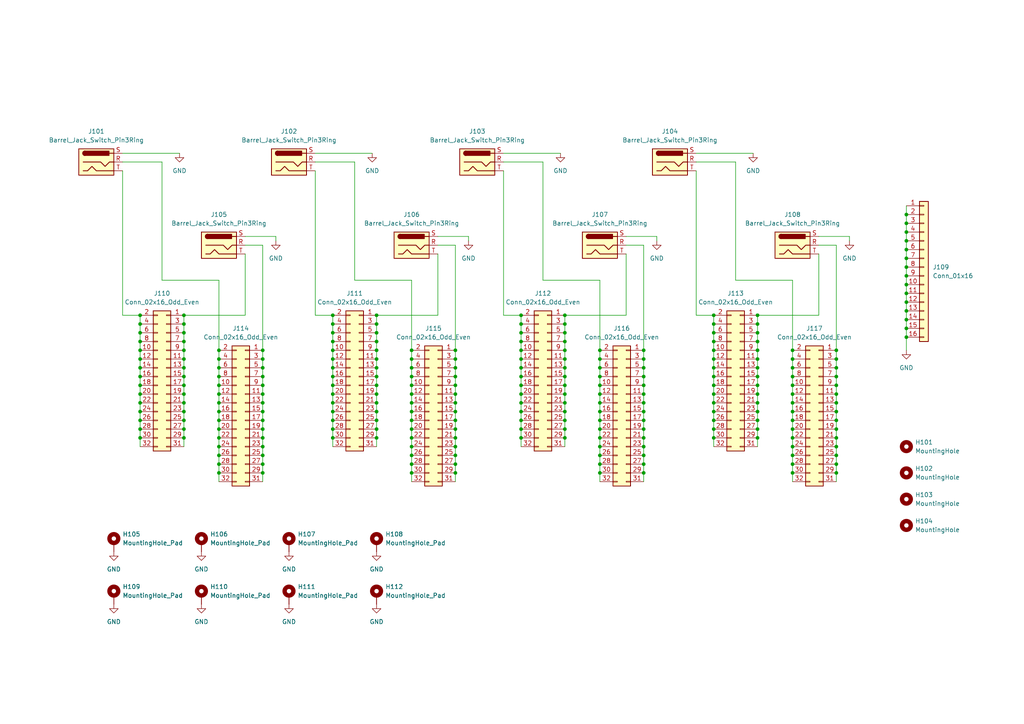
<source format=kicad_sch>
(kicad_sch (version 20230121) (generator eeschema)
  (paper "A4")
  (lib_symbols
    (symbol "Barrel_Jack_Switch_Pin3Ring_1" (pin_names hide)
      (property "Reference" "J101" (at 0 8.89 0))
      (property "Value" "Barrel_Jack_Switch_Pin3Ring" (at 0 6.35 0))
      (symbol "Barrel_Jack_Switch_Pin3Ring_1_0_1"
        (rectangle (start -5.08 3.81) (end 5.08 -3.81) (stroke (width 0.254)) (fill (type background)))
        (arc (start -3.302 3.175) (mid -3.9343 2.54) (end -3.302 1.905) (stroke (width 0.254)))
        (arc (start -3.302 3.175) (mid -3.9343 2.54) (end -3.302 1.905) (stroke (width 0.254)) (fill (type outline)))
        (polyline (pts (xy 5.08 2.54) (xy 3.81 2.54)) (stroke (width 0.254)))
        (polyline (pts (xy -3.81 -2.54) (xy -2.54 -2.54) (xy -1.27 -1.27) (xy 0 -2.54) (xy 2.54 -2.54) (xy 5.08 -2.54)) (stroke (width 0.254)))
        (polyline (pts (xy 5.08 0) (xy 3.81 0) (xy 2.54 -1.27) (xy 1.27 0) (xy -1.27 0) (xy -3.81 0)) (stroke (width 0.254)))
        (rectangle (start 3.683 3.175) (end -3.302 1.905) (stroke (width 0.254)) (fill (type outline)))
      )
      (symbol "Barrel_Jack_Switch_Pin3Ring_1_1_1"
        (pin passive line (at 7.62 0 180) (length 2.54) (name "~") (number "R"))
        (pin passive line (at 7.62 2.54 180) (length 2.54) (name "S") (number "S"))
        (pin passive line (at 7.62 -2.54 180) (length 2.54) (name "~") (number "T"))
      )
    )
    (symbol "Connector_Generic:Conn_01x16" (pin_names (offset 1.016) hide)
      (property "Reference" "J" (at 0 20.32 0))
      (property "Value" "Conn_01x16" (at 0 -22.86 0))
      (symbol "Conn_01x16_1_1"
        (rectangle (start -1.27 -20.193) (end 0 -20.447) (stroke (width 0.1524)))
        (rectangle (start -1.27 -17.653) (end 0 -17.907) (stroke (width 0.1524)))
        (rectangle (start -1.27 -15.113) (end 0 -15.367) (stroke (width 0.1524)))
        (rectangle (start -1.27 -12.573) (end 0 -12.827) (stroke (width 0.1524)))
        (rectangle (start -1.27 -10.033) (end 0 -10.287) (stroke (width 0.1524)))
        (rectangle (start -1.27 -7.493) (end 0 -7.747) (stroke (width 0.1524)))
        (rectangle (start -1.27 -4.953) (end 0 -5.207) (stroke (width 0.1524)))
        (rectangle (start -1.27 -2.413) (end 0 -2.667) (stroke (width 0.1524)))
        (rectangle (start -1.27 0.127) (end 0 -0.127) (stroke (width 0.1524)))
        (rectangle (start -1.27 2.667) (end 0 2.413) (stroke (width 0.1524)))
        (rectangle (start -1.27 5.207) (end 0 4.953) (stroke (width 0.1524)))
        (rectangle (start -1.27 7.747) (end 0 7.493) (stroke (width 0.1524)))
        (rectangle (start -1.27 10.287) (end 0 10.033) (stroke (width 0.1524)))
        (rectangle (start -1.27 12.827) (end 0 12.573) (stroke (width 0.1524)))
        (rectangle (start -1.27 15.367) (end 0 15.113) (stroke (width 0.1524)))
        (rectangle (start -1.27 17.907) (end 0 17.653) (stroke (width 0.1524)))
        (rectangle (start -1.27 19.05) (end 1.27 -21.59) (stroke (width 0.254)) (fill (type background)))
        (pin passive line (at -5.08 17.78 0) (length 3.81) (name "Pin_1") (number "1"))
        (pin passive line (at -5.08 -5.08 0) (length 3.81) (name "Pin_10") (number "10"))
        (pin passive line (at -5.08 -7.62 0) (length 3.81) (name "Pin_11") (number "11"))
        (pin passive line (at -5.08 -10.16 0) (length 3.81) (name "Pin_12") (number "12"))
        (pin passive line (at -5.08 -12.7 0) (length 3.81) (name "Pin_13") (number "13"))
        (pin passive line (at -5.08 -15.24 0) (length 3.81) (name "Pin_14") (number "14"))
        (pin passive line (at -5.08 -17.78 0) (length 3.81) (name "Pin_15") (number "15"))
        (pin passive line (at -5.08 -20.32 0) (length 3.81) (name "Pin_16") (number "16"))
        (pin passive line (at -5.08 15.24 0) (length 3.81) (name "Pin_2") (number "2"))
        (pin passive line (at -5.08 12.7 0) (length 3.81) (name "Pin_3") (number "3"))
        (pin passive line (at -5.08 10.16 0) (length 3.81) (name "Pin_4") (number "4"))
        (pin passive line (at -5.08 7.62 0) (length 3.81) (name "Pin_5") (number "5"))
        (pin passive line (at -5.08 5.08 0) (length 3.81) (name "Pin_6") (number "6"))
        (pin passive line (at -5.08 2.54 0) (length 3.81) (name "Pin_7") (number "7"))
        (pin passive line (at -5.08 0 0) (length 3.81) (name "Pin_8") (number "8"))
        (pin passive line (at -5.08 -2.54 0) (length 3.81) (name "Pin_9") (number "9"))
      )
    )
    (symbol "Connector_Generic:Conn_02x16_Odd_Even" (pin_names (offset 1.016) hide)
      (property "Reference" "J" (at 1.27 20.32 0))
      (property "Value" "Conn_02x16_Odd_Even" (at 1.27 -22.86 0))
      (symbol "Conn_02x16_Odd_Even_1_1"
        (rectangle (start -1.27 -20.193) (end 0 -20.447) (stroke (width 0.1524)))
        (rectangle (start -1.27 -17.653) (end 0 -17.907) (stroke (width 0.1524)))
        (rectangle (start -1.27 -15.113) (end 0 -15.367) (stroke (width 0.1524)))
        (rectangle (start -1.27 -12.573) (end 0 -12.827) (stroke (width 0.1524)))
        (rectangle (start -1.27 -10.033) (end 0 -10.287) (stroke (width 0.1524)))
        (rectangle (start -1.27 -7.493) (end 0 -7.747) (stroke (width 0.1524)))
        (rectangle (start -1.27 -4.953) (end 0 -5.207) (stroke (width 0.1524)))
        (rectangle (start -1.27 -2.413) (end 0 -2.667) (stroke (width 0.1524)))
        (rectangle (start -1.27 0.127) (end 0 -0.127) (stroke (width 0.1524)))
        (rectangle (start -1.27 2.667) (end 0 2.413) (stroke (width 0.1524)))
        (rectangle (start -1.27 5.207) (end 0 4.953) (stroke (width 0.1524)))
        (rectangle (start -1.27 7.747) (end 0 7.493) (stroke (width 0.1524)))
        (rectangle (start -1.27 10.287) (end 0 10.033) (stroke (width 0.1524)))
        (rectangle (start -1.27 12.827) (end 0 12.573) (stroke (width 0.1524)))
        (rectangle (start -1.27 15.367) (end 0 15.113) (stroke (width 0.1524)))
        (rectangle (start -1.27 17.907) (end 0 17.653) (stroke (width 0.1524)))
        (rectangle (start -1.27 19.05) (end 3.81 -21.59) (stroke (width 0.254)) (fill (type background)))
        (rectangle (start 3.81 -20.193) (end 2.54 -20.447) (stroke (width 0.1524)))
        (rectangle (start 3.81 -17.653) (end 2.54 -17.907) (stroke (width 0.1524)))
        (rectangle (start 3.81 -15.113) (end 2.54 -15.367) (stroke (width 0.1524)))
        (rectangle (start 3.81 -12.573) (end 2.54 -12.827) (stroke (width 0.1524)))
        (rectangle (start 3.81 -10.033) (end 2.54 -10.287) (stroke (width 0.1524)))
        (rectangle (start 3.81 -7.493) (end 2.54 -7.747) (stroke (width 0.1524)))
        (rectangle (start 3.81 -4.953) (end 2.54 -5.207) (stroke (width 0.1524)))
        (rectangle (start 3.81 -2.413) (end 2.54 -2.667) (stroke (width 0.1524)))
        (rectangle (start 3.81 0.127) (end 2.54 -0.127) (stroke (width 0.1524)))
        (rectangle (start 3.81 2.667) (end 2.54 2.413) (stroke (width 0.1524)))
        (rectangle (start 3.81 5.207) (end 2.54 4.953) (stroke (width 0.1524)))
        (rectangle (start 3.81 7.747) (end 2.54 7.493) (stroke (width 0.1524)))
        (rectangle (start 3.81 10.287) (end 2.54 10.033) (stroke (width 0.1524)))
        (rectangle (start 3.81 12.827) (end 2.54 12.573) (stroke (width 0.1524)))
        (rectangle (start 3.81 15.367) (end 2.54 15.113) (stroke (width 0.1524)))
        (rectangle (start 3.81 17.907) (end 2.54 17.653) (stroke (width 0.1524)))
        (pin passive line (at -5.08 17.78 0) (length 3.81) (name "Pin_1") (number "1"))
        (pin passive line (at 7.62 7.62 180) (length 3.81) (name "Pin_10") (number "10"))
        (pin passive line (at -5.08 5.08 0) (length 3.81) (name "Pin_11") (number "11"))
        (pin passive line (at 7.62 5.08 180) (length 3.81) (name "Pin_12") (number "12"))
        (pin passive line (at -5.08 2.54 0) (length 3.81) (name "Pin_13") (number "13"))
        (pin passive line (at 7.62 2.54 180) (length 3.81) (name "Pin_14") (number "14"))
        (pin passive line (at -5.08 0 0) (length 3.81) (name "Pin_15") (number "15"))
        (pin passive line (at 7.62 0 180) (length 3.81) (name "Pin_16") (number "16"))
        (pin passive line (at -5.08 -2.54 0) (length 3.81) (name "Pin_17") (number "17"))
        (pin passive line (at 7.62 -2.54 180) (length 3.81) (name "Pin_18") (number "18"))
        (pin passive line (at -5.08 -5.08 0) (length 3.81) (name "Pin_19") (number "19"))
        (pin passive line (at 7.62 17.78 180) (length 3.81) (name "Pin_2") (number "2"))
        (pin passive line (at 7.62 -5.08 180) (length 3.81) (name "Pin_20") (number "20"))
        (pin passive line (at -5.08 -7.62 0) (length 3.81) (name "Pin_21") (number "21"))
        (pin passive line (at 7.62 -7.62 180) (length 3.81) (name "Pin_22") (number "22"))
        (pin passive line (at -5.08 -10.16 0) (length 3.81) (name "Pin_23") (number "23"))
        (pin passive line (at 7.62 -10.16 180) (length 3.81) (name "Pin_24") (number "24"))
        (pin passive line (at -5.08 -12.7 0) (length 3.81) (name "Pin_25") (number "25"))
        (pin passive line (at 7.62 -12.7 180) (length 3.81) (name "Pin_26") (number "26"))
        (pin passive line (at -5.08 -15.24 0) (length 3.81) (name "Pin_27") (number "27"))
        (pin passive line (at 7.62 -15.24 180) (length 3.81) (name "Pin_28") (number "28"))
        (pin passive line (at -5.08 -17.78 0) (length 3.81) (name "Pin_29") (number "29"))
        (pin passive line (at -5.08 15.24 0) (length 3.81) (name "Pin_3") (number "3"))
        (pin passive line (at 7.62 -17.78 180) (length 3.81) (name "Pin_30") (number "30"))
        (pin passive line (at -5.08 -20.32 0) (length 3.81) (name "Pin_31") (number "31"))
        (pin passive line (at 7.62 -20.32 180) (length 3.81) (name "Pin_32") (number "32"))
        (pin passive line (at 7.62 15.24 180) (length 3.81) (name "Pin_4") (number "4"))
        (pin passive line (at -5.08 12.7 0) (length 3.81) (name "Pin_5") (number "5"))
        (pin passive line (at 7.62 12.7 180) (length 3.81) (name "Pin_6") (number "6"))
        (pin passive line (at -5.08 10.16 0) (length 3.81) (name "Pin_7") (number "7"))
        (pin passive line (at 7.62 10.16 180) (length 3.81) (name "Pin_8") (number "8"))
        (pin passive line (at -5.08 7.62 0) (length 3.81) (name "Pin_9") (number "9"))
      )
    )
    (symbol "Mechanical:MountingHole" (pin_names (offset 1.016))
      (property "Reference" "H" (at 0 5.08 0))
      (property "Value" "MountingHole" (at 0 3.175 0))
      (symbol "MountingHole_0_1"
        (circle (center 0 0) (radius 1.27) (stroke (width 1.27)))
      )
    )
    (symbol "Mechanical:MountingHole_Pad" (pin_numbers hide) (pin_names (offset 1.016) hide)
      (property "Reference" "H" (at 0 6.35 0))
      (property "Value" "MountingHole_Pad" (at 0 4.445 0))
      (symbol "MountingHole_Pad_0_1"
        (circle (center 0 1.27) (radius 1.27) (stroke (width 1.27)))
      )
      (symbol "MountingHole_Pad_1_1"
        (pin input line (at 0 -2.54 90) (length 2.54) (name "1") (number "1"))
      )
    )
    (symbol "power:GND" (power) (pin_names (offset 0))
      (property "Value" "GND" (at 0 -3.81 0))
      (symbol "GND_0_1"
        (polyline (pts (xy 0 0) (xy 0 -1.27) (xy 1.27 -1.27) (xy 0 -2.54) (xy -1.27 -1.27) (xy 0 -1.27)))
      )
      (symbol "GND_1_1"
        (pin power_in line (at 0 0 270) (length 0) hide (name "GND") (number "1"))
      )
    )
  )
  (junction (at 96.52 124.46))
  (junction (at 163.83 116.84))
  (junction (at 109.22 121.92))
  (junction (at 207.01 91.44))
  (junction (at 151.13 91.44))
  (junction (at 96.52 127))
  (junction (at 96.52 99.06))
  (junction (at 186.69 132.08))
  (junction (at 219.71 91.44))
  (junction (at 109.22 104.14))
  (junction (at 109.22 109.22))
  (junction (at 109.22 93.98))
  (junction (at 119.38 119.38))
  (junction (at 186.69 129.54))
  (junction (at 119.38 121.92))
  (junction (at 229.87 134.62))
  (junction (at 186.69 101.6))
  (junction (at 76.2 121.92))
  (junction (at 40.64 111.76))
  (junction (at 53.34 99.06))
  (junction (at 229.87 114.3))
  (junction (at 132.08 101.6))
  (junction (at 262.89 97.79))
  (junction (at 96.52 119.38))
  (junction (at 219.71 93.98))
  (junction (at 229.87 132.08))
  (junction (at 242.57 109.22))
  (junction (at 219.71 121.92))
  (junction (at 63.5 124.46))
  (junction (at 119.38 124.46))
  (junction (at 173.99 109.22))
  (junction (at 163.83 127))
  (junction (at 173.99 101.6))
  (junction (at 207.01 111.76))
  (junction (at 229.87 137.16))
  (junction (at 132.08 129.54))
  (junction (at 96.52 111.76))
  (junction (at 76.2 104.14))
  (junction (at 109.22 106.68))
  (junction (at 242.57 137.16))
  (junction (at 262.89 87.63))
  (junction (at 186.69 106.68))
  (junction (at 53.34 127))
  (junction (at 96.52 106.68))
  (junction (at 173.99 111.76))
  (junction (at 173.99 127))
  (junction (at 53.34 116.84))
  (junction (at 109.22 127))
  (junction (at 262.89 64.77))
  (junction (at 119.38 116.84))
  (junction (at 40.64 114.3))
  (junction (at 219.71 99.06))
  (junction (at 96.52 121.92))
  (junction (at 207.01 119.38))
  (junction (at 186.69 104.14))
  (junction (at 163.83 104.14))
  (junction (at 151.13 109.22))
  (junction (at 173.99 106.68))
  (junction (at 262.89 62.23))
  (junction (at 76.2 114.3))
  (junction (at 173.99 119.38))
  (junction (at 242.57 134.62))
  (junction (at 40.64 127))
  (junction (at 229.87 106.68))
  (junction (at 63.5 129.54))
  (junction (at 63.5 119.38))
  (junction (at 132.08 119.38))
  (junction (at 219.71 96.52))
  (junction (at 207.01 109.22))
  (junction (at 173.99 129.54))
  (junction (at 151.13 121.92))
  (junction (at 151.13 119.38))
  (junction (at 96.52 91.44))
  (junction (at 229.87 101.6))
  (junction (at 262.89 80.01))
  (junction (at 109.22 99.06))
  (junction (at 132.08 121.92))
  (junction (at 207.01 106.68))
  (junction (at 53.34 124.46))
  (junction (at 40.64 124.46))
  (junction (at 96.52 116.84))
  (junction (at 163.83 111.76))
  (junction (at 132.08 116.84))
  (junction (at 132.08 106.68))
  (junction (at 109.22 114.3))
  (junction (at 119.38 109.22))
  (junction (at 163.83 106.68))
  (junction (at 229.87 116.84))
  (junction (at 151.13 93.98))
  (junction (at 119.38 114.3))
  (junction (at 242.57 116.84))
  (junction (at 53.34 93.98))
  (junction (at 76.2 129.54))
  (junction (at 132.08 124.46))
  (junction (at 151.13 96.52))
  (junction (at 109.22 101.6))
  (junction (at 151.13 99.06))
  (junction (at 63.5 137.16))
  (junction (at 40.64 96.52))
  (junction (at 53.34 101.6))
  (junction (at 63.5 109.22))
  (junction (at 242.57 119.38))
  (junction (at 262.89 82.55))
  (junction (at 219.71 119.38))
  (junction (at 63.5 134.62))
  (junction (at 96.52 114.3))
  (junction (at 207.01 101.6))
  (junction (at 207.01 99.06))
  (junction (at 207.01 116.84))
  (junction (at 219.71 111.76))
  (junction (at 40.64 93.98))
  (junction (at 63.5 132.08))
  (junction (at 132.08 134.62))
  (junction (at 76.2 111.76))
  (junction (at 40.64 99.06))
  (junction (at 53.34 121.92))
  (junction (at 242.57 101.6))
  (junction (at 119.38 129.54))
  (junction (at 76.2 132.08))
  (junction (at 219.71 114.3))
  (junction (at 63.5 127))
  (junction (at 109.22 111.76))
  (junction (at 186.69 119.38))
  (junction (at 151.13 124.46))
  (junction (at 40.64 106.68))
  (junction (at 109.22 96.52))
  (junction (at 207.01 124.46))
  (junction (at 132.08 132.08))
  (junction (at 96.52 101.6))
  (junction (at 219.71 109.22))
  (junction (at 186.69 111.76))
  (junction (at 151.13 101.6))
  (junction (at 109.22 91.44))
  (junction (at 163.83 124.46))
  (junction (at 132.08 104.14))
  (junction (at 163.83 109.22))
  (junction (at 132.08 109.22))
  (junction (at 53.34 106.68))
  (junction (at 173.99 121.92))
  (junction (at 219.71 127))
  (junction (at 76.2 137.16))
  (junction (at 76.2 119.38))
  (junction (at 151.13 104.14))
  (junction (at 40.64 121.92))
  (junction (at 76.2 127))
  (junction (at 186.69 124.46))
  (junction (at 163.83 91.44))
  (junction (at 229.87 129.54))
  (junction (at 63.5 111.76))
  (junction (at 207.01 114.3))
  (junction (at 262.89 92.71))
  (junction (at 119.38 137.16))
  (junction (at 63.5 104.14))
  (junction (at 163.83 114.3))
  (junction (at 163.83 119.38))
  (junction (at 109.22 119.38))
  (junction (at 63.5 101.6))
  (junction (at 53.34 91.44))
  (junction (at 242.57 132.08))
  (junction (at 262.89 69.85))
  (junction (at 207.01 93.98))
  (junction (at 63.5 114.3))
  (junction (at 151.13 106.68))
  (junction (at 119.38 134.62))
  (junction (at 76.2 106.68))
  (junction (at 262.89 74.93))
  (junction (at 96.52 93.98))
  (junction (at 173.99 132.08))
  (junction (at 151.13 114.3))
  (junction (at 53.34 114.3))
  (junction (at 163.83 96.52))
  (junction (at 132.08 114.3))
  (junction (at 132.08 137.16))
  (junction (at 76.2 101.6))
  (junction (at 119.38 106.68))
  (junction (at 242.57 114.3))
  (junction (at 186.69 116.84))
  (junction (at 76.2 116.84))
  (junction (at 229.87 104.14))
  (junction (at 229.87 124.46))
  (junction (at 76.2 134.62))
  (junction (at 76.2 109.22))
  (junction (at 96.52 109.22))
  (junction (at 119.38 104.14))
  (junction (at 229.87 109.22))
  (junction (at 119.38 111.76))
  (junction (at 262.89 77.47))
  (junction (at 63.5 106.68))
  (junction (at 96.52 104.14))
  (junction (at 40.64 109.22))
  (junction (at 163.83 121.92))
  (junction (at 229.87 111.76))
  (junction (at 207.01 104.14))
  (junction (at 229.87 119.38))
  (junction (at 219.71 124.46))
  (junction (at 173.99 124.46))
  (junction (at 242.57 104.14))
  (junction (at 262.89 67.31))
  (junction (at 219.71 101.6))
  (junction (at 207.01 127))
  (junction (at 163.83 101.6))
  (junction (at 40.64 116.84))
  (junction (at 63.5 121.92))
  (junction (at 76.2 124.46))
  (junction (at 109.22 116.84))
  (junction (at 229.87 121.92))
  (junction (at 186.69 114.3))
  (junction (at 173.99 116.84))
  (junction (at 219.71 104.14))
  (junction (at 163.83 93.98))
  (junction (at 151.13 111.76))
  (junction (at 96.52 96.52))
  (junction (at 242.57 106.68))
  (junction (at 40.64 119.38))
  (junction (at 119.38 127))
  (junction (at 40.64 101.6))
  (junction (at 207.01 121.92))
  (junction (at 63.5 116.84))
  (junction (at 53.34 104.14))
  (junction (at 186.69 109.22))
  (junction (at 219.71 106.68))
  (junction (at 119.38 132.08))
  (junction (at 53.34 109.22))
  (junction (at 262.89 85.09))
  (junction (at 109.22 124.46))
  (junction (at 262.89 95.25))
  (junction (at 53.34 96.52))
  (junction (at 242.57 121.92))
  (junction (at 53.34 119.38))
  (junction (at 40.64 91.44))
  (junction (at 151.13 116.84))
  (junction (at 186.69 121.92))
  (junction (at 262.89 90.17))
  (junction (at 173.99 114.3))
  (junction (at 132.08 111.76))
  (junction (at 151.13 127))
  (junction (at 40.64 104.14))
  (junction (at 219.71 116.84))
  (junction (at 262.89 72.39))
  (junction (at 242.57 129.54))
  (junction (at 242.57 124.46))
  (junction (at 132.08 127))
  (junction (at 173.99 104.14))
  (junction (at 242.57 111.76))
  (junction (at 173.99 137.16))
  (junction (at 242.57 127))
  (junction (at 186.69 137.16))
  (junction (at 229.87 127))
  (junction (at 163.83 99.06))
  (junction (at 186.69 127))
  (junction (at 173.99 134.62))
  (junction (at 186.69 134.62))
  (junction (at 119.38 101.6))
  (junction (at 53.34 111.76))
  (junction (at 207.01 96.52))
  (wire (pts (xy 40.64 101.6) (xy 40.64 104.14)))
  (wire (pts (xy 229.87 127) (xy 229.87 129.54)))
  (wire (pts (xy 163.83 104.14) (xy 163.83 106.68)))
  (wire (pts (xy 173.99 104.14) (xy 173.99 106.68)))
  (wire (pts (xy 132.08 124.46) (xy 132.08 127)))
  (wire (pts (xy 35.56 46.99) (xy 46.99 46.99)))
  (wire (pts (xy 63.5 116.84) (xy 63.5 119.38)))
  (wire (pts (xy 53.34 124.46) (xy 53.34 127)))
  (wire (pts (xy 219.71 127) (xy 219.71 129.54)))
  (wire (pts (xy 229.87 132.08) (xy 229.87 134.62)))
  (wire (pts (xy 53.34 121.92) (xy 53.34 124.46)))
  (wire (pts (xy 262.89 87.63) (xy 262.89 90.17)))
  (wire (pts (xy 207.01 104.14) (xy 207.01 106.68)))
  (wire (pts (xy 109.22 121.92) (xy 109.22 124.46)))
  (wire (pts (xy 91.44 44.45) (xy 107.95 44.45)))
  (wire (pts (xy 151.13 106.68) (xy 151.13 109.22)))
  (wire (pts (xy 96.52 101.6) (xy 96.52 104.14)))
  (wire (pts (xy 53.34 101.6) (xy 53.34 104.14)))
  (wire (pts (xy 109.22 114.3) (xy 109.22 116.84)))
  (wire (pts (xy 119.38 137.16) (xy 119.38 139.7)))
  (wire (pts (xy 242.57 111.76) (xy 242.57 114.3)))
  (wire (pts (xy 119.38 134.62) (xy 119.38 137.16)))
  (wire (pts (xy 146.05 49.53) (xy 146.05 91.44)))
  (wire (pts (xy 163.83 119.38) (xy 163.83 121.92)))
  (wire (pts (xy 96.52 104.14) (xy 96.52 106.68)))
  (wire (pts (xy 207.01 93.98) (xy 207.01 96.52)))
  (wire (pts (xy 151.13 93.98) (xy 151.13 96.52)))
  (wire (pts (xy 146.05 46.99) (xy 157.48 46.99)))
  (wire (pts (xy 229.87 116.84) (xy 229.87 119.38)))
  (wire (pts (xy 173.99 127) (xy 173.99 129.54)))
  (wire (pts (xy 135.89 69.85) (xy 135.89 68.58)))
  (wire (pts (xy 71.12 71.12) (xy 76.2 71.12)))
  (wire (pts (xy 242.57 71.12) (xy 242.57 101.6)))
  (wire (pts (xy 262.89 95.25) (xy 262.89 97.79)))
  (wire (pts (xy 53.34 109.22) (xy 53.34 111.76)))
  (wire (pts (xy 151.13 101.6) (xy 151.13 104.14)))
  (wire (pts (xy 163.83 121.92) (xy 163.83 124.46)))
  (wire (pts (xy 132.08 121.92) (xy 132.08 124.46)))
  (wire (pts (xy 207.01 109.22) (xy 207.01 111.76)))
  (wire (pts (xy 53.34 91.44) (xy 53.34 93.98)))
  (wire (pts (xy 151.13 124.46) (xy 151.13 127)))
  (wire (pts (xy 53.34 104.14) (xy 53.34 106.68)))
  (wire (pts (xy 229.87 81.28) (xy 229.87 101.6)))
  (wire (pts (xy 132.08 106.68) (xy 132.08 109.22)))
  (wire (pts (xy 207.01 127) (xy 207.01 129.54)))
  (wire (pts (xy 186.69 124.46) (xy 186.69 127)))
  (wire (pts (xy 76.2 104.14) (xy 76.2 106.68)))
  (wire (pts (xy 132.08 137.16) (xy 132.08 139.7)))
  (wire (pts (xy 173.99 101.6) (xy 173.99 104.14)))
  (wire (pts (xy 63.5 101.6) (xy 63.5 104.14)))
  (wire (pts (xy 132.08 111.76) (xy 132.08 114.3)))
  (wire (pts (xy 40.64 96.52) (xy 40.64 99.06)))
  (wire (pts (xy 242.57 127) (xy 242.57 129.54)))
  (wire (pts (xy 219.71 109.22) (xy 219.71 111.76)))
  (wire (pts (xy 242.57 116.84) (xy 242.57 119.38)))
  (wire (pts (xy 242.57 114.3) (xy 242.57 116.84)))
  (wire (pts (xy 242.57 132.08) (xy 242.57 134.62)))
  (wire (pts (xy 80.01 68.58) (xy 71.12 68.58)))
  (wire (pts (xy 109.22 116.84) (xy 109.22 119.38)))
  (wire (pts (xy 119.38 81.28) (xy 119.38 101.6)))
  (wire (pts (xy 119.38 127) (xy 119.38 129.54)))
  (wire (pts (xy 207.01 91.44) (xy 207.01 93.98)))
  (wire (pts (xy 213.36 46.99) (xy 213.36 81.28)))
  (wire (pts (xy 76.2 109.22) (xy 76.2 111.76)))
  (wire (pts (xy 242.57 124.46) (xy 242.57 127)))
  (wire (pts (xy 119.38 111.76) (xy 119.38 114.3)))
  (wire (pts (xy 229.87 119.38) (xy 229.87 121.92)))
  (wire (pts (xy 186.69 101.6) (xy 186.69 104.14)))
  (wire (pts (xy 163.83 116.84) (xy 163.83 119.38)))
  (wire (pts (xy 35.56 44.45) (xy 52.07 44.45)))
  (wire (pts (xy 229.87 124.46) (xy 229.87 127)))
  (wire (pts (xy 229.87 121.92) (xy 229.87 124.46)))
  (wire (pts (xy 63.5 127) (xy 63.5 129.54)))
  (wire (pts (xy 71.12 73.66) (xy 71.12 91.44)))
  (wire (pts (xy 40.64 116.84) (xy 40.64 119.38)))
  (wire (pts (xy 146.05 91.44) (xy 151.13 91.44)))
  (wire (pts (xy 63.5 134.62) (xy 63.5 137.16)))
  (wire (pts (xy 181.61 73.66) (xy 181.61 91.44)))
  (wire (pts (xy 102.87 81.28) (xy 119.38 81.28)))
  (wire (pts (xy 151.13 119.38) (xy 151.13 121.92)))
  (wire (pts (xy 96.52 124.46) (xy 96.52 127)))
  (wire (pts (xy 242.57 137.16) (xy 242.57 139.7)))
  (wire (pts (xy 181.61 71.12) (xy 186.69 71.12)))
  (wire (pts (xy 262.89 92.71) (xy 262.89 95.25)))
  (wire (pts (xy 262.89 64.77) (xy 262.89 67.31)))
  (wire (pts (xy 132.08 104.14) (xy 132.08 106.68)))
  (wire (pts (xy 96.52 99.06) (xy 96.52 101.6)))
  (wire (pts (xy 151.13 104.14) (xy 151.13 106.68)))
  (wire (pts (xy 186.69 116.84) (xy 186.69 119.38)))
  (wire (pts (xy 40.64 104.14) (xy 40.64 106.68)))
  (wire (pts (xy 76.2 132.08) (xy 76.2 134.62)))
  (wire (pts (xy 262.89 69.85) (xy 262.89 72.39)))
  (wire (pts (xy 96.52 116.84) (xy 96.52 119.38)))
  (wire (pts (xy 53.34 93.98) (xy 53.34 96.52)))
  (wire (pts (xy 237.49 73.66) (xy 237.49 91.44)))
  (wire (pts (xy 109.22 124.46) (xy 109.22 127)))
  (wire (pts (xy 96.52 127) (xy 96.52 129.54)))
  (wire (pts (xy 91.44 91.44) (xy 96.52 91.44)))
  (wire (pts (xy 96.52 96.52) (xy 96.52 99.06)))
  (wire (pts (xy 163.83 96.52) (xy 163.83 99.06)))
  (wire (pts (xy 80.01 69.85) (xy 80.01 68.58)))
  (wire (pts (xy 207.01 106.68) (xy 207.01 109.22)))
  (wire (pts (xy 119.38 114.3) (xy 119.38 116.84)))
  (wire (pts (xy 219.71 104.14) (xy 219.71 106.68)))
  (wire (pts (xy 219.71 91.44) (xy 237.49 91.44)))
  (wire (pts (xy 262.89 80.01) (xy 262.89 82.55)))
  (wire (pts (xy 262.89 90.17) (xy 262.89 92.71)))
  (wire (pts (xy 229.87 129.54) (xy 229.87 132.08)))
  (wire (pts (xy 201.93 44.45) (xy 218.44 44.45)))
  (wire (pts (xy 173.99 121.92) (xy 173.99 124.46)))
  (wire (pts (xy 127 73.66) (xy 127 91.44)))
  (wire (pts (xy 157.48 46.99) (xy 157.48 81.28)))
  (wire (pts (xy 109.22 101.6) (xy 109.22 104.14)))
  (wire (pts (xy 186.69 111.76) (xy 186.69 114.3)))
  (wire (pts (xy 119.38 106.68) (xy 119.38 109.22)))
  (wire (pts (xy 242.57 101.6) (xy 242.57 104.14)))
  (wire (pts (xy 109.22 109.22) (xy 109.22 111.76)))
  (wire (pts (xy 40.64 127) (xy 40.64 129.54)))
  (wire (pts (xy 96.52 91.44) (xy 96.52 93.98)))
  (wire (pts (xy 76.2 71.12) (xy 76.2 101.6)))
  (wire (pts (xy 219.71 124.46) (xy 219.71 127)))
  (wire (pts (xy 157.48 81.28) (xy 173.99 81.28)))
  (wire (pts (xy 63.5 109.22) (xy 63.5 111.76)))
  (wire (pts (xy 40.64 106.68) (xy 40.64 109.22)))
  (wire (pts (xy 63.5 132.08) (xy 63.5 134.62)))
  (wire (pts (xy 262.89 59.69) (xy 262.89 62.23)))
  (wire (pts (xy 207.01 121.92) (xy 207.01 124.46)))
  (wire (pts (xy 219.71 101.6) (xy 219.71 104.14)))
  (wire (pts (xy 119.38 119.38) (xy 119.38 121.92)))
  (wire (pts (xy 163.83 124.46) (xy 163.83 127)))
  (wire (pts (xy 207.01 119.38) (xy 207.01 121.92)))
  (wire (pts (xy 46.99 81.28) (xy 63.5 81.28)))
  (wire (pts (xy 173.99 134.62) (xy 173.99 137.16)))
  (wire (pts (xy 53.34 111.76) (xy 53.34 114.3)))
  (wire (pts (xy 151.13 96.52) (xy 151.13 99.06)))
  (wire (pts (xy 186.69 109.22) (xy 186.69 111.76)))
  (wire (pts (xy 229.87 101.6) (xy 229.87 104.14)))
  (wire (pts (xy 219.71 119.38) (xy 219.71 121.92)))
  (wire (pts (xy 76.2 111.76) (xy 76.2 114.3)))
  (wire (pts (xy 109.22 99.06) (xy 109.22 101.6)))
  (wire (pts (xy 63.5 129.54) (xy 63.5 132.08)))
  (wire (pts (xy 76.2 106.68) (xy 76.2 109.22)))
  (wire (pts (xy 119.38 124.46) (xy 119.38 127)))
  (wire (pts (xy 186.69 121.92) (xy 186.69 124.46)))
  (wire (pts (xy 151.13 121.92) (xy 151.13 124.46)))
  (wire (pts (xy 35.56 91.44) (xy 40.64 91.44)))
  (wire (pts (xy 186.69 129.54) (xy 186.69 132.08)))
  (wire (pts (xy 40.64 124.46) (xy 40.64 127)))
  (wire (pts (xy 96.52 93.98) (xy 96.52 96.52)))
  (wire (pts (xy 53.34 91.44) (xy 71.12 91.44)))
  (wire (pts (xy 186.69 71.12) (xy 186.69 101.6)))
  (wire (pts (xy 76.2 101.6) (xy 76.2 104.14)))
  (wire (pts (xy 109.22 96.52) (xy 109.22 99.06)))
  (wire (pts (xy 63.5 137.16) (xy 63.5 139.7)))
  (wire (pts (xy 173.99 81.28) (xy 173.99 101.6)))
  (wire (pts (xy 53.34 114.3) (xy 53.34 116.84)))
  (wire (pts (xy 76.2 121.92) (xy 76.2 124.46)))
  (wire (pts (xy 63.5 114.3) (xy 63.5 116.84)))
  (wire (pts (xy 229.87 137.16) (xy 229.87 139.7)))
  (wire (pts (xy 173.99 111.76) (xy 173.99 114.3)))
  (wire (pts (xy 246.38 68.58) (xy 237.49 68.58)))
  (wire (pts (xy 76.2 137.16) (xy 76.2 139.7)))
  (wire (pts (xy 201.93 91.44) (xy 207.01 91.44)))
  (wire (pts (xy 163.83 114.3) (xy 163.83 116.84)))
  (wire (pts (xy 76.2 124.46) (xy 76.2 127)))
  (wire (pts (xy 53.34 119.38) (xy 53.34 121.92)))
  (wire (pts (xy 207.01 101.6) (xy 207.01 104.14)))
  (wire (pts (xy 109.22 91.44) (xy 127 91.44)))
  (wire (pts (xy 76.2 134.62) (xy 76.2 137.16)))
  (wire (pts (xy 219.71 106.68) (xy 219.71 109.22)))
  (wire (pts (xy 119.38 129.54) (xy 119.38 132.08)))
  (wire (pts (xy 96.52 106.68) (xy 96.52 109.22)))
  (wire (pts (xy 242.57 106.68) (xy 242.57 109.22)))
  (wire (pts (xy 262.89 72.39) (xy 262.89 74.93)))
  (wire (pts (xy 109.22 119.38) (xy 109.22 121.92)))
  (wire (pts (xy 173.99 132.08) (xy 173.99 134.62)))
  (wire (pts (xy 63.5 106.68) (xy 63.5 109.22)))
  (wire (pts (xy 151.13 111.76) (xy 151.13 114.3)))
  (wire (pts (xy 163.83 93.98) (xy 163.83 96.52)))
  (wire (pts (xy 53.34 96.52) (xy 53.34 99.06)))
  (wire (pts (xy 53.34 127) (xy 53.34 129.54)))
  (wire (pts (xy 173.99 116.84) (xy 173.99 119.38)))
  (wire (pts (xy 213.36 81.28) (xy 229.87 81.28)))
  (wire (pts (xy 163.83 111.76) (xy 163.83 114.3)))
  (wire (pts (xy 242.57 104.14) (xy 242.57 106.68)))
  (wire (pts (xy 186.69 106.68) (xy 186.69 109.22)))
  (wire (pts (xy 76.2 116.84) (xy 76.2 119.38)))
  (wire (pts (xy 219.71 96.52) (xy 219.71 99.06)))
  (wire (pts (xy 109.22 111.76) (xy 109.22 114.3)))
  (wire (pts (xy 173.99 106.68) (xy 173.99 109.22)))
  (wire (pts (xy 119.38 104.14) (xy 119.38 106.68)))
  (wire (pts (xy 96.52 109.22) (xy 96.52 111.76)))
  (wire (pts (xy 151.13 99.06) (xy 151.13 101.6)))
  (wire (pts (xy 262.89 97.79) (xy 262.89 101.6)))
  (wire (pts (xy 76.2 127) (xy 76.2 129.54)))
  (wire (pts (xy 132.08 127) (xy 132.08 129.54)))
  (wire (pts (xy 201.93 49.53) (xy 201.93 91.44)))
  (wire (pts (xy 119.38 132.08) (xy 119.38 134.62)))
  (wire (pts (xy 40.64 109.22) (xy 40.64 111.76)))
  (wire (pts (xy 91.44 49.53) (xy 91.44 91.44)))
  (wire (pts (xy 40.64 111.76) (xy 40.64 114.3)))
  (wire (pts (xy 146.05 44.45) (xy 162.56 44.45)))
  (wire (pts (xy 246.38 69.85) (xy 246.38 68.58)))
  (wire (pts (xy 40.64 119.38) (xy 40.64 121.92)))
  (wire (pts (xy 163.83 109.22) (xy 163.83 111.76)))
  (wire (pts (xy 201.93 46.99) (xy 213.36 46.99)))
  (wire (pts (xy 219.71 114.3) (xy 219.71 116.84)))
  (wire (pts (xy 237.49 71.12) (xy 242.57 71.12)))
  (wire (pts (xy 127 71.12) (xy 132.08 71.12)))
  (wire (pts (xy 132.08 132.08) (xy 132.08 134.62)))
  (wire (pts (xy 63.5 111.76) (xy 63.5 114.3)))
  (wire (pts (xy 219.71 99.06) (xy 219.71 101.6)))
  (wire (pts (xy 262.89 74.93) (xy 262.89 77.47)))
  (wire (pts (xy 163.83 127) (xy 163.83 129.54)))
  (wire (pts (xy 132.08 134.62) (xy 132.08 137.16)))
  (wire (pts (xy 151.13 109.22) (xy 151.13 111.76)))
  (wire (pts (xy 229.87 111.76) (xy 229.87 114.3)))
  (wire (pts (xy 163.83 91.44) (xy 181.61 91.44)))
  (wire (pts (xy 186.69 104.14) (xy 186.69 106.68)))
  (wire (pts (xy 63.5 119.38) (xy 63.5 121.92)))
  (wire (pts (xy 173.99 129.54) (xy 173.99 132.08)))
  (wire (pts (xy 35.56 49.53) (xy 35.56 91.44)))
  (wire (pts (xy 109.22 127) (xy 109.22 129.54)))
  (wire (pts (xy 229.87 104.14) (xy 229.87 106.68)))
  (wire (pts (xy 109.22 106.68) (xy 109.22 109.22)))
  (wire (pts (xy 46.99 46.99) (xy 46.99 81.28)))
  (wire (pts (xy 40.64 114.3) (xy 40.64 116.84)))
  (wire (pts (xy 40.64 121.92) (xy 40.64 124.46)))
  (wire (pts (xy 132.08 129.54) (xy 132.08 132.08)))
  (wire (pts (xy 207.01 99.06) (xy 207.01 101.6)))
  (wire (pts (xy 63.5 124.46) (xy 63.5 127)))
  (wire (pts (xy 135.89 68.58) (xy 127 68.58)))
  (wire (pts (xy 173.99 137.16) (xy 173.99 139.7)))
  (wire (pts (xy 262.89 62.23) (xy 262.89 64.77)))
  (wire (pts (xy 219.71 111.76) (xy 219.71 114.3)))
  (wire (pts (xy 109.22 91.44) (xy 109.22 93.98)))
  (wire (pts (xy 109.22 93.98) (xy 109.22 96.52)))
  (wire (pts (xy 262.89 77.47) (xy 262.89 80.01)))
  (wire (pts (xy 163.83 99.06) (xy 163.83 101.6)))
  (wire (pts (xy 151.13 114.3) (xy 151.13 116.84)))
  (wire (pts (xy 76.2 119.38) (xy 76.2 121.92)))
  (wire (pts (xy 102.87 46.99) (xy 102.87 81.28)))
  (wire (pts (xy 119.38 116.84) (xy 119.38 119.38)))
  (wire (pts (xy 186.69 137.16) (xy 186.69 139.7)))
  (wire (pts (xy 53.34 106.68) (xy 53.34 109.22)))
  (wire (pts (xy 219.71 121.92) (xy 219.71 124.46)))
  (wire (pts (xy 190.5 68.58) (xy 181.61 68.58)))
  (wire (pts (xy 186.69 132.08) (xy 186.69 134.62)))
  (wire (pts (xy 109.22 104.14) (xy 109.22 106.68)))
  (wire (pts (xy 91.44 46.99) (xy 102.87 46.99)))
  (wire (pts (xy 53.34 116.84) (xy 53.34 119.38)))
  (wire (pts (xy 186.69 114.3) (xy 186.69 116.84)))
  (wire (pts (xy 242.57 121.92) (xy 242.57 124.46)))
  (wire (pts (xy 219.71 91.44) (xy 219.71 93.98)))
  (wire (pts (xy 207.01 124.46) (xy 207.01 127)))
  (wire (pts (xy 132.08 119.38) (xy 132.08 121.92)))
  (wire (pts (xy 229.87 106.68) (xy 229.87 109.22)))
  (wire (pts (xy 96.52 119.38) (xy 96.52 121.92)))
  (wire (pts (xy 63.5 81.28) (xy 63.5 101.6)))
  (wire (pts (xy 229.87 109.22) (xy 229.87 111.76)))
  (wire (pts (xy 173.99 124.46) (xy 173.99 127)))
  (wire (pts (xy 262.89 85.09) (xy 262.89 87.63)))
  (wire (pts (xy 190.5 69.85) (xy 190.5 68.58)))
  (wire (pts (xy 119.38 109.22) (xy 119.38 111.76)))
  (wire (pts (xy 207.01 96.52) (xy 207.01 99.06)))
  (wire (pts (xy 151.13 127) (xy 151.13 129.54)))
  (wire (pts (xy 76.2 114.3) (xy 76.2 116.84)))
  (wire (pts (xy 207.01 114.3) (xy 207.01 116.84)))
  (wire (pts (xy 207.01 111.76) (xy 207.01 114.3)))
  (wire (pts (xy 163.83 91.44) (xy 163.83 93.98)))
  (wire (pts (xy 242.57 119.38) (xy 242.57 121.92)))
  (wire (pts (xy 163.83 101.6) (xy 163.83 104.14)))
  (wire (pts (xy 132.08 71.12) (xy 132.08 101.6)))
  (wire (pts (xy 119.38 101.6) (xy 119.38 104.14)))
  (wire (pts (xy 96.52 121.92) (xy 96.52 124.46)))
  (wire (pts (xy 219.71 93.98) (xy 219.71 96.52)))
  (wire (pts (xy 262.89 82.55) (xy 262.89 85.09)))
  (wire (pts (xy 96.52 111.76) (xy 96.52 114.3)))
  (wire (pts (xy 132.08 109.22) (xy 132.08 111.76)))
  (wire (pts (xy 219.71 116.84) (xy 219.71 119.38)))
  (wire (pts (xy 96.52 114.3) (xy 96.52 116.84)))
  (wire (pts (xy 132.08 114.3) (xy 132.08 116.84)))
  (wire (pts (xy 63.5 104.14) (xy 63.5 106.68)))
  (wire (pts (xy 229.87 134.62) (xy 229.87 137.16)))
  (wire (pts (xy 119.38 121.92) (xy 119.38 124.46)))
  (wire (pts (xy 242.57 129.54) (xy 242.57 132.08)))
  (wire (pts (xy 207.01 116.84) (xy 207.01 119.38)))
  (wire (pts (xy 76.2 129.54) (xy 76.2 132.08)))
  (wire (pts (xy 151.13 91.44) (xy 151.13 93.98)))
  (wire (pts (xy 40.64 93.98) (xy 40.64 96.52)))
  (wire (pts (xy 186.69 127) (xy 186.69 129.54)))
  (wire (pts (xy 242.57 134.62) (xy 242.57 137.16)))
  (wire (pts (xy 163.83 106.68) (xy 163.83 109.22)))
  (wire (pts (xy 173.99 114.3) (xy 173.99 116.84)))
  (wire (pts (xy 173.99 109.22) (xy 173.99 111.76)))
  (wire (pts (xy 53.34 99.06) (xy 53.34 101.6)))
  (wire (pts (xy 132.08 101.6) (xy 132.08 104.14)))
  (wire (pts (xy 186.69 134.62) (xy 186.69 137.16)))
  (wire (pts (xy 173.99 119.38) (xy 173.99 121.92)))
  (wire (pts (xy 242.57 109.22) (xy 242.57 111.76)))
  (wire (pts (xy 186.69 119.38) (xy 186.69 121.92)))
  (wire (pts (xy 262.89 67.31) (xy 262.89 69.85)))
  (wire (pts (xy 151.13 116.84) (xy 151.13 119.38)))
  (wire (pts (xy 40.64 99.06) (xy 40.64 101.6)))
  (wire (pts (xy 229.87 114.3) (xy 229.87 116.84)))
  (wire (pts (xy 132.08 116.84) (xy 132.08 119.38)))
  (wire (pts (xy 63.5 121.92) (xy 63.5 124.46)))
  (wire (pts (xy 40.64 91.44) (xy 40.64 93.98)))
  (symbol (lib_id "Connector_Generic:Conn_02x16_Odd_Even") (at 214.63 109.22 0) (mirror y) (unit 1)
    (property "Reference" "J113" (at 213.36 85.09 0))
    (property "Value" "Conn_02x16_Odd_Even" (at 213.36 87.63 0))
    (property "Footprint" "Connector_PinSocket_2.54mm:PinSocket_2x16_P2.54mm_Vertical" (effects hide))
  )
  (symbol (lib_id "Mechanical:MountingHole") (at 262.89 144.78 0) (unit 1)
    (property "Reference" "H103" (at 265.43 143.51 0) (effects (justify left)))
    (property "Value" "MountingHole" (at 265.43 146.05 0) (effects (justify left)))
    (property "Footprint" "interzone:eurorack_hole" (effects hide))
  )
  (symbol (lib_id "Mechanical:MountingHole_Pad") (at 109.22 157.48 0) (unit 1)
    (property "Reference" "H108" (at 111.76 154.94 0) (effects (justify left)))
    (property "Value" "MountingHole_Pad" (at 111.76 157.48 0) (effects (justify left)))
    (property "Footprint" "interzone:XKC PJ-3411-hole" (effects hide))
  )
  (symbol (lib_id "power:GND") (at 83.82 175.26 0) (unit 1)
    (property "Reference" "#PWR0116" (effects hide))
    (property "Value" "GND" (at 83.82 180.34 0))
  )
  (symbol (lib_id "power:GND") (at 58.42 160.02 0) (unit 1)
    (property "Reference" "#PWR0111" (effects hide))
    (property "Value" "GND" (at 58.42 165.1 0))
  )
  (symbol (lib_id "power:GND") (at 162.56 44.45 0) (unit 1)
    (property "Reference" "#PWR0103" (effects hide))
    (property "Value" "GND" (at 162.56 49.53 0))
  )
  (symbol (lib_id "Connector_Generic:Conn_02x16_Odd_Even") (at 71.12 119.38 0) (mirror y) (unit 1)
    (property "Reference" "J114" (at 69.85 95.25 0))
    (property "Value" "Conn_02x16_Odd_Even" (at 69.85 97.79 0))
    (property "Footprint" "Connector_PinSocket_2.54mm:PinSocket_2x16_P2.54mm_Vertical" (effects hide))
  )
  (symbol (lib_id "Connector_Generic:Conn_02x16_Odd_Even") (at 104.14 109.22 0) (mirror y) (unit 1)
    (property "Reference" "J111" (at 102.87 85.09 0))
    (property "Value" "Conn_02x16_Odd_Even" (at 102.87 87.63 0))
    (property "Footprint" "Connector_PinSocket_2.54mm:PinSocket_2x16_P2.54mm_Vertical" (effects hide))
  )
  (symbol (lib_id "Mechanical:MountingHole_Pad") (at 83.82 172.72 0) (unit 1)
    (property "Reference" "H111" (at 86.36 170.18 0) (effects (justify left)))
    (property "Value" "MountingHole_Pad" (at 86.36 172.72 0) (effects (justify left)))
    (property "Footprint" "interzone:XKC PJ-3411-hole" (effects hide))
  )
  (symbol (lib_id "power:GND") (at 58.42 175.26 0) (unit 1)
    (property "Reference" "#PWR0115" (effects hide))
    (property "Value" "GND" (at 58.42 180.34 0))
  )
  (symbol (lib_name "Barrel_Jack_Switch_Pin3Ring_1") (lib_id "Connector:Barrel_Jack_Switch_Pin3Ring") (at 63.5 71.12 0) (unit 1)
    (property "Reference" "J105" (at 63.5 62.23 0))
    (property "Value" "Barrel_Jack_Switch_Pin3Ring" (at 63.5 64.77 0))
    (property "Footprint" "interzone:XKC PJ-3411" (effects hide))
  )
  (symbol (lib_name "Barrel_Jack_Switch_Pin3Ring_1") (lib_id "Connector:Barrel_Jack_Switch_Pin3Ring") (at 119.38 71.12 0) (unit 1)
    (property "Reference" "J106" (at 119.38 62.23 0))
    (property "Value" "Barrel_Jack_Switch_Pin3Ring" (at 119.38 64.77 0))
    (property "Footprint" "interzone:XKC PJ-3411" (effects hide))
  )
  (symbol (lib_id "power:GND") (at 107.95 44.45 0) (unit 1)
    (property "Reference" "#PWR0102" (effects hide))
    (property "Value" "GND" (at 107.95 49.53 0))
  )
  (symbol (lib_id "power:GND") (at 246.38 69.85 0) (unit 1)
    (property "Reference" "#PWR0108" (effects hide))
    (property "Value" "GND" (at 246.38 74.93 0))
  )
  (symbol (lib_id "Mechanical:MountingHole_Pad") (at 33.02 157.48 0) (unit 1)
    (property "Reference" "H105" (at 35.56 154.94 0) (effects (justify left)))
    (property "Value" "MountingHole_Pad" (at 35.56 157.48 0) (effects (justify left)))
    (property "Footprint" "interzone:XKC PJ-3411-hole" (effects hide))
  )
  (symbol (lib_id "power:GND") (at 80.01 69.85 0) (unit 1)
    (property "Reference" "#PWR0105" (effects hide))
    (property "Value" "GND" (at 80.01 74.93 0))
  )
  (symbol (lib_id "Mechanical:MountingHole") (at 262.89 152.4 0) (unit 1)
    (property "Reference" "H104" (at 265.43 151.13 0) (effects (justify left)))
    (property "Value" "MountingHole" (at 265.43 153.67 0) (effects (justify left)))
    (property "Footprint" "interzone:eurorack_hole" (effects hide))
  )
  (symbol (lib_id "power:GND") (at 109.22 160.02 0) (unit 1)
    (property "Reference" "#PWR0113" (effects hide))
    (property "Value" "GND" (at 109.22 165.1 0))
  )
  (symbol (lib_name "Barrel_Jack_Switch_Pin3Ring_1") (lib_id "Connector:Barrel_Jack_Switch_Pin3Ring") (at 229.87 71.12 0) (unit 1)
    (property "Reference" "J108" (at 229.87 62.23 0))
    (property "Value" "Barrel_Jack_Switch_Pin3Ring" (at 229.87 64.77 0))
    (property "Footprint" "interzone:XKC PJ-3411" (effects hide))
  )
  (symbol (lib_id "Mechanical:MountingHole") (at 262.89 129.54 0) (unit 1)
    (property "Reference" "H101" (at 265.43 128.27 0) (effects (justify left)))
    (property "Value" "MountingHole" (at 265.43 130.81 0) (effects (justify left)))
    (property "Footprint" "interzone:eurorack_hole" (effects hide))
  )
  (symbol (lib_name "Barrel_Jack_Switch_Pin3Ring_1") (lib_id "Connector:Barrel_Jack_Switch_Pin3Ring") (at 27.94 46.99 0) (unit 1)
    (property "Reference" "J101" (at 27.94 38.1 0))
    (property "Value" "Barrel_Jack_Switch_Pin3Ring" (at 27.94 40.64 0))
    (property "Footprint" "interzone:XKC PJ-3411" (effects hide))
  )
  (symbol (lib_id "power:GND") (at 33.02 160.02 0) (unit 1)
    (property "Reference" "#PWR0110" (effects hide))
    (property "Value" "GND" (at 33.02 165.1 0))
  )
  (symbol (lib_id "Connector_Generic:Conn_02x16_Odd_Even") (at 237.49 119.38 0) (mirror y) (unit 1)
    (property "Reference" "J117" (at 236.22 95.25 0))
    (property "Value" "Conn_02x16_Odd_Even" (at 236.22 97.79 0))
    (property "Footprint" "Connector_PinSocket_2.54mm:PinSocket_2x16_P2.54mm_Vertical" (effects hide))
  )
  (symbol (lib_id "power:GND") (at 33.02 175.26 0) (unit 1)
    (property "Reference" "#PWR0114" (effects hide))
    (property "Value" "GND" (at 33.02 180.34 0))
  )
  (symbol (lib_id "power:GND") (at 135.89 69.85 0) (unit 1)
    (property "Reference" "#PWR0106" (effects hide))
    (property "Value" "GND" (at 135.89 74.93 0))
  )
  (symbol (lib_id "Connector_Generic:Conn_02x16_Odd_Even") (at 48.26 109.22 0) (mirror y) (unit 1)
    (property "Reference" "J110" (at 46.99 85.09 0))
    (property "Value" "Conn_02x16_Odd_Even" (at 46.99 87.63 0))
    (property "Footprint" "Connector_PinSocket_2.54mm:PinSocket_2x16_P2.54mm_Vertical" (effects hide))
  )
  (symbol (lib_name "Barrel_Jack_Switch_Pin3Ring_1") (lib_id "Connector:Barrel_Jack_Switch_Pin3Ring") (at 138.43 46.99 0) (unit 1)
    (property "Reference" "J103" (at 138.43 38.1 0))
    (property "Value" "Barrel_Jack_Switch_Pin3Ring" (at 138.43 40.64 0))
    (property "Footprint" "interzone:XKC PJ-3411" (effects hide))
  )
  (symbol (lib_id "Connector_Generic:Conn_02x16_Odd_Even") (at 127 119.38 0) (mirror y) (unit 1)
    (property "Reference" "J115" (at 125.73 95.25 0))
    (property "Value" "Conn_02x16_Odd_Even" (at 125.73 97.79 0))
    (property "Footprint" "Connector_PinSocket_2.54mm:PinSocket_2x16_P2.54mm_Vertical" (effects hide))
  )
  (symbol (lib_id "Mechanical:MountingHole_Pad") (at 109.22 172.72 0) (unit 1)
    (property "Reference" "H112" (at 111.76 170.18 0) (effects (justify left)))
    (property "Value" "MountingHole_Pad" (at 111.76 172.72 0) (effects (justify left)))
    (property "Footprint" "interzone:XKC PJ-3411-hole" (effects hide))
  )
  (symbol (lib_id "Connector_Generic:Conn_02x16_Odd_Even") (at 181.61 119.38 0) (mirror y) (unit 1)
    (property "Reference" "J116" (at 180.34 95.25 0))
    (property "Value" "Conn_02x16_Odd_Even" (at 180.34 97.79 0))
    (property "Footprint" "Connector_PinSocket_2.54mm:PinSocket_2x16_P2.54mm_Vertical" (effects hide))
  )
  (symbol (lib_id "Connector_Generic:Conn_01x16") (at 267.97 77.47 0) (unit 1)
    (property "Reference" "J109" (at 270.51 77.47 0) (effects (justify left)))
    (property "Value" "Conn_01x16" (at 270.51 80.01 0) (effects (justify left)))
    (property "Footprint" "Connector_PinHeader_2.54mm:PinHeader_1x16_P2.54mm_Vertical" (effects hide))
  )
  (symbol (lib_id "Mechanical:MountingHole_Pad") (at 58.42 172.72 0) (unit 1)
    (property "Reference" "H110" (at 60.96 170.18 0) (effects (justify left)))
    (property "Value" "MountingHole_Pad" (at 60.96 172.72 0) (effects (justify left)))
    (property "Footprint" "interzone:XKC PJ-3411-hole" (effects hide))
  )
  (symbol (lib_id "Connector_Generic:Conn_02x16_Odd_Even") (at 158.75 109.22 0) (mirror y) (unit 1)
    (property "Reference" "J112" (at 157.48 85.09 0))
    (property "Value" "Conn_02x16_Odd_Even" (at 157.48 87.63 0))
    (property "Footprint" "Connector_PinSocket_2.54mm:PinSocket_2x16_P2.54mm_Vertical" (effects hide))
  )
  (symbol (lib_id "Mechanical:MountingHole_Pad") (at 33.02 172.72 0) (unit 1)
    (property "Reference" "H109" (at 35.56 170.18 0) (effects (justify left)))
    (property "Value" "MountingHole_Pad" (at 35.56 172.72 0) (effects (justify left)))
    (property "Footprint" "interzone:XKC PJ-3411-hole" (effects hide))
  )
  (symbol (lib_name "Barrel_Jack_Switch_Pin3Ring_1") (lib_id "Connector:Barrel_Jack_Switch_Pin3Ring") (at 83.82 46.99 0) (unit 1)
    (property "Reference" "J102" (at 83.82 38.1 0))
    (property "Value" "Barrel_Jack_Switch_Pin3Ring" (at 83.82 40.64 0))
    (property "Footprint" "interzone:XKC PJ-3411" (effects hide))
  )
  (symbol (lib_id "power:GND") (at 262.89 101.6 0) (unit 1)
    (property "Reference" "#PWR0109" (effects hide))
    (property "Value" "GND" (at 262.89 106.68 0))
  )
  (symbol (lib_id "power:GND") (at 52.07 44.45 0) (unit 1)
    (property "Reference" "#PWR0101" (effects hide))
    (property "Value" "GND" (at 52.07 49.53 0))
  )
  (symbol (lib_id "Mechanical:MountingHole") (at 262.89 137.16 0) (unit 1)
    (property "Reference" "H102" (at 265.43 135.89 0) (effects (justify left)))
    (property "Value" "MountingHole" (at 265.43 138.43 0) (effects (justify left)))
    (property "Footprint" "interzone:eurorack_hole" (effects hide))
  )
  (symbol (lib_id "Mechanical:MountingHole_Pad") (at 83.82 157.48 0) (unit 1)
    (property "Reference" "H107" (at 86.36 154.94 0) (effects (justify left)))
    (property "Value" "MountingHole_Pad" (at 86.36 157.48 0) (effects (justify left)))
    (property "Footprint" "interzone:XKC PJ-3411-hole" (effects hide))
  )
  (symbol (lib_id "Mechanical:MountingHole_Pad") (at 58.42 157.48 0) (unit 1)
    (property "Reference" "H106" (at 60.96 154.94 0) (effects (justify left)))
    (property "Value" "MountingHole_Pad" (at 60.96 157.48 0) (effects (justify left)))
    (property "Footprint" "interzone:XKC PJ-3411-hole" (effects hide))
  )
  (symbol (lib_id "power:GND") (at 218.44 44.45 0) (unit 1)
    (property "Reference" "#PWR0104" (effects hide))
    (property "Value" "GND" (at 218.44 49.53 0))
  )
  (symbol (lib_id "power:GND") (at 83.82 160.02 0) (unit 1)
    (property "Reference" "#PWR0112" (effects hide))
    (property "Value" "GND" (at 83.82 165.1 0))
  )
  (symbol (lib_id "power:GND") (at 190.5 69.85 0) (unit 1)
    (property "Reference" "#PWR0107" (effects hide))
    (property "Value" "GND" (at 190.5 74.93 0))
  )
  (symbol (lib_name "Barrel_Jack_Switch_Pin3Ring_1") (lib_id "Connector:Barrel_Jack_Switch_Pin3Ring") (at 194.31 46.99 0) (unit 1)
    (property "Reference" "J104" (at 194.31 38.1 0))
    (property "Value" "Barrel_Jack_Switch_Pin3Ring" (at 194.31 40.64 0))
    (property "Footprint" "interzone:XKC PJ-3411" (effects hide))
  )
  (symbol (lib_id "power:GND") (at 109.22 175.26 0) (unit 1)
    (property "Reference" "#PWR0117" (effects hide))
    (property "Value" "GND" (at 109.22 180.34 0))
  )
  (symbol (lib_name "Barrel_Jack_Switch_Pin3Ring_1") (lib_id "Connector:Barrel_Jack_Switch_Pin3Ring") (at 173.99 71.12 0) (unit 1)
    (property "Reference" "J107" (at 173.99 62.23 0))
    (property "Value" "Barrel_Jack_Switch_Pin3Ring" (at 173.99 64.77 0))
    (property "Footprint" "interzone:XKC PJ-3411" (effects hide))
  )
)
</source>
